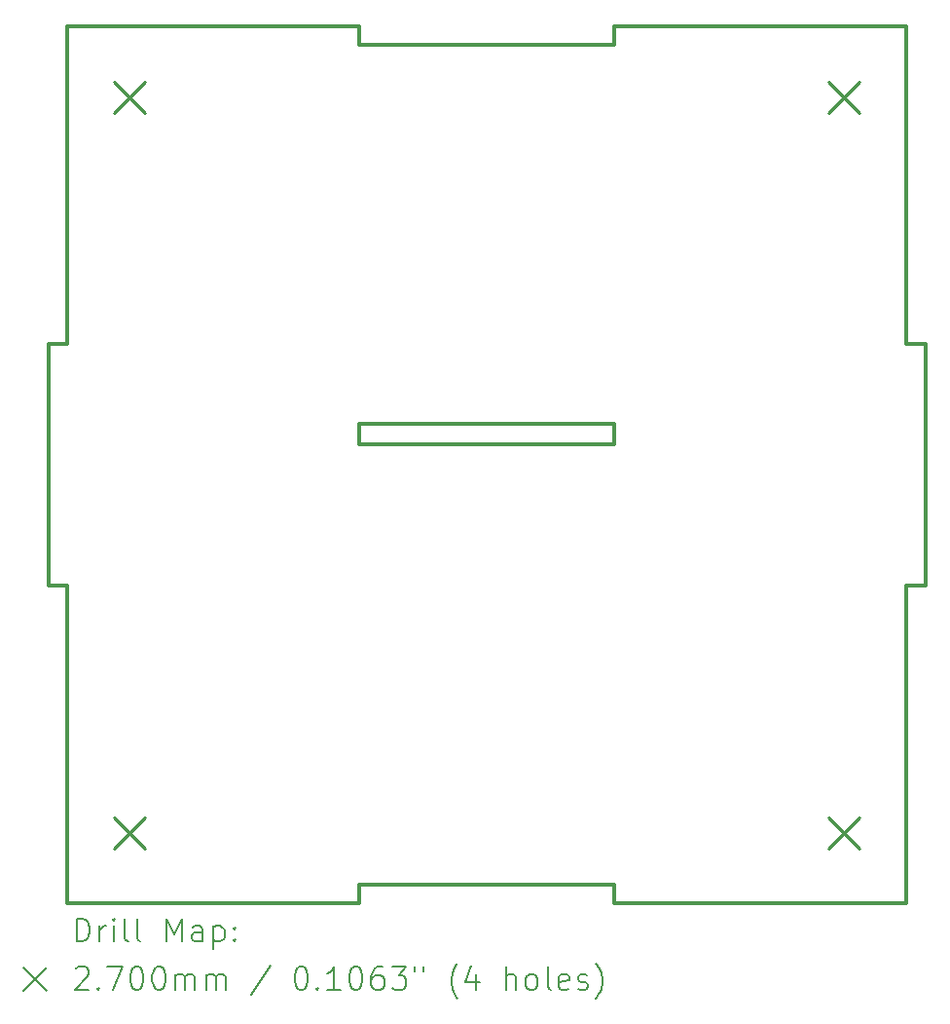
<source format=gbr>
%TF.GenerationSoftware,KiCad,Pcbnew,7.0.5-0*%
%TF.CreationDate,2024-04-21T20:06:38-04:00*%
%TF.ProjectId,swr_meter_left,7377725f-6d65-4746-9572-5f6c6566742e,rev?*%
%TF.SameCoordinates,Original*%
%TF.FileFunction,Drillmap*%
%TF.FilePolarity,Positive*%
%FSLAX45Y45*%
G04 Gerber Fmt 4.5, Leading zero omitted, Abs format (unit mm)*
G04 Created by KiCad (PCBNEW 7.0.5-0) date 2024-04-21 20:06:38*
%MOMM*%
%LPD*%
G01*
G04 APERTURE LIST*
%ADD10C,0.349999*%
%ADD11C,0.200000*%
%ADD12C,0.270000*%
G04 APERTURE END LIST*
D10*
X12540000Y-5832000D02*
X14760000Y-5832000D01*
X10000000Y-7240000D02*
X9839999Y-7240000D01*
X9839999Y-5140000D02*
X9839999Y-7240000D01*
X10000000Y-5140000D02*
X10000000Y-2380000D01*
X14759999Y-2380000D02*
X17299999Y-2380000D01*
X10000000Y-5140000D02*
X9839999Y-5140000D01*
X12539999Y-9840000D02*
X14759999Y-9840000D01*
X17299999Y-10000000D02*
X17299999Y-7240000D01*
X12539999Y-10000000D02*
X12539999Y-9840000D01*
X14759999Y-10000000D02*
X14759999Y-9840000D01*
X10000000Y-10000000D02*
X12539999Y-10000000D01*
X14759999Y-2540000D02*
X14759999Y-2380000D01*
X17463800Y-7240000D02*
X17463800Y-5140000D01*
X12539999Y-2540000D02*
X14759999Y-2540000D01*
X12539999Y-2540000D02*
X12539999Y-2380000D01*
X17463800Y-7240000D02*
X17299999Y-7240000D01*
X10000000Y-2380000D02*
X12539999Y-2380000D01*
X14760000Y-5832000D02*
X14760000Y-6010000D01*
X17463800Y-5140000D02*
X17299999Y-5140000D01*
X12540000Y-6010000D02*
X12540000Y-5832000D01*
X14760000Y-6010000D02*
X12540000Y-6010000D01*
X17299999Y-5140000D02*
X17299999Y-2380000D01*
X14759999Y-10000000D02*
X17299999Y-10000000D01*
X10000000Y-10000000D02*
X10000000Y-7240000D01*
D11*
D12*
X10405400Y-2862000D02*
X10675400Y-3132000D01*
X10675400Y-2862000D02*
X10405400Y-3132000D01*
X10405400Y-9249000D02*
X10675400Y-9519000D01*
X10675400Y-9249000D02*
X10405400Y-9519000D01*
X16624600Y-2862000D02*
X16894600Y-3132000D01*
X16894600Y-2862000D02*
X16624600Y-3132000D01*
X16624600Y-9249000D02*
X16894600Y-9519000D01*
X16894600Y-9249000D02*
X16624600Y-9519000D01*
D11*
X10083276Y-10328984D02*
X10083276Y-10128984D01*
X10083276Y-10128984D02*
X10130895Y-10128984D01*
X10130895Y-10128984D02*
X10159467Y-10138508D01*
X10159467Y-10138508D02*
X10178514Y-10157555D01*
X10178514Y-10157555D02*
X10188038Y-10176603D01*
X10188038Y-10176603D02*
X10197562Y-10214698D01*
X10197562Y-10214698D02*
X10197562Y-10243269D01*
X10197562Y-10243269D02*
X10188038Y-10281365D01*
X10188038Y-10281365D02*
X10178514Y-10300412D01*
X10178514Y-10300412D02*
X10159467Y-10319460D01*
X10159467Y-10319460D02*
X10130895Y-10328984D01*
X10130895Y-10328984D02*
X10083276Y-10328984D01*
X10283276Y-10328984D02*
X10283276Y-10195650D01*
X10283276Y-10233746D02*
X10292800Y-10214698D01*
X10292800Y-10214698D02*
X10302324Y-10205174D01*
X10302324Y-10205174D02*
X10321372Y-10195650D01*
X10321372Y-10195650D02*
X10340419Y-10195650D01*
X10407086Y-10328984D02*
X10407086Y-10195650D01*
X10407086Y-10128984D02*
X10397562Y-10138508D01*
X10397562Y-10138508D02*
X10407086Y-10148031D01*
X10407086Y-10148031D02*
X10416610Y-10138508D01*
X10416610Y-10138508D02*
X10407086Y-10128984D01*
X10407086Y-10128984D02*
X10407086Y-10148031D01*
X10530895Y-10328984D02*
X10511848Y-10319460D01*
X10511848Y-10319460D02*
X10502324Y-10300412D01*
X10502324Y-10300412D02*
X10502324Y-10128984D01*
X10635657Y-10328984D02*
X10616610Y-10319460D01*
X10616610Y-10319460D02*
X10607086Y-10300412D01*
X10607086Y-10300412D02*
X10607086Y-10128984D01*
X10864229Y-10328984D02*
X10864229Y-10128984D01*
X10864229Y-10128984D02*
X10930895Y-10271841D01*
X10930895Y-10271841D02*
X10997562Y-10128984D01*
X10997562Y-10128984D02*
X10997562Y-10328984D01*
X11178514Y-10328984D02*
X11178514Y-10224222D01*
X11178514Y-10224222D02*
X11168991Y-10205174D01*
X11168991Y-10205174D02*
X11149943Y-10195650D01*
X11149943Y-10195650D02*
X11111848Y-10195650D01*
X11111848Y-10195650D02*
X11092800Y-10205174D01*
X11178514Y-10319460D02*
X11159467Y-10328984D01*
X11159467Y-10328984D02*
X11111848Y-10328984D01*
X11111848Y-10328984D02*
X11092800Y-10319460D01*
X11092800Y-10319460D02*
X11083276Y-10300412D01*
X11083276Y-10300412D02*
X11083276Y-10281365D01*
X11083276Y-10281365D02*
X11092800Y-10262317D01*
X11092800Y-10262317D02*
X11111848Y-10252793D01*
X11111848Y-10252793D02*
X11159467Y-10252793D01*
X11159467Y-10252793D02*
X11178514Y-10243269D01*
X11273752Y-10195650D02*
X11273752Y-10395650D01*
X11273752Y-10205174D02*
X11292800Y-10195650D01*
X11292800Y-10195650D02*
X11330895Y-10195650D01*
X11330895Y-10195650D02*
X11349943Y-10205174D01*
X11349943Y-10205174D02*
X11359467Y-10214698D01*
X11359467Y-10214698D02*
X11368991Y-10233746D01*
X11368991Y-10233746D02*
X11368991Y-10290888D01*
X11368991Y-10290888D02*
X11359467Y-10309936D01*
X11359467Y-10309936D02*
X11349943Y-10319460D01*
X11349943Y-10319460D02*
X11330895Y-10328984D01*
X11330895Y-10328984D02*
X11292800Y-10328984D01*
X11292800Y-10328984D02*
X11273752Y-10319460D01*
X11454705Y-10309936D02*
X11464229Y-10319460D01*
X11464229Y-10319460D02*
X11454705Y-10328984D01*
X11454705Y-10328984D02*
X11445181Y-10319460D01*
X11445181Y-10319460D02*
X11454705Y-10309936D01*
X11454705Y-10309936D02*
X11454705Y-10328984D01*
X11454705Y-10205174D02*
X11464229Y-10214698D01*
X11464229Y-10214698D02*
X11454705Y-10224222D01*
X11454705Y-10224222D02*
X11445181Y-10214698D01*
X11445181Y-10214698D02*
X11454705Y-10205174D01*
X11454705Y-10205174D02*
X11454705Y-10224222D01*
X9622500Y-10557500D02*
X9822500Y-10757500D01*
X9822500Y-10557500D02*
X9622500Y-10757500D01*
X10073753Y-10568031D02*
X10083276Y-10558508D01*
X10083276Y-10558508D02*
X10102324Y-10548984D01*
X10102324Y-10548984D02*
X10149943Y-10548984D01*
X10149943Y-10548984D02*
X10168991Y-10558508D01*
X10168991Y-10558508D02*
X10178514Y-10568031D01*
X10178514Y-10568031D02*
X10188038Y-10587079D01*
X10188038Y-10587079D02*
X10188038Y-10606127D01*
X10188038Y-10606127D02*
X10178514Y-10634698D01*
X10178514Y-10634698D02*
X10064229Y-10748984D01*
X10064229Y-10748984D02*
X10188038Y-10748984D01*
X10273753Y-10729936D02*
X10283276Y-10739460D01*
X10283276Y-10739460D02*
X10273753Y-10748984D01*
X10273753Y-10748984D02*
X10264229Y-10739460D01*
X10264229Y-10739460D02*
X10273753Y-10729936D01*
X10273753Y-10729936D02*
X10273753Y-10748984D01*
X10349943Y-10548984D02*
X10483276Y-10548984D01*
X10483276Y-10548984D02*
X10397562Y-10748984D01*
X10597562Y-10548984D02*
X10616610Y-10548984D01*
X10616610Y-10548984D02*
X10635657Y-10558508D01*
X10635657Y-10558508D02*
X10645181Y-10568031D01*
X10645181Y-10568031D02*
X10654705Y-10587079D01*
X10654705Y-10587079D02*
X10664229Y-10625174D01*
X10664229Y-10625174D02*
X10664229Y-10672793D01*
X10664229Y-10672793D02*
X10654705Y-10710888D01*
X10654705Y-10710888D02*
X10645181Y-10729936D01*
X10645181Y-10729936D02*
X10635657Y-10739460D01*
X10635657Y-10739460D02*
X10616610Y-10748984D01*
X10616610Y-10748984D02*
X10597562Y-10748984D01*
X10597562Y-10748984D02*
X10578514Y-10739460D01*
X10578514Y-10739460D02*
X10568991Y-10729936D01*
X10568991Y-10729936D02*
X10559467Y-10710888D01*
X10559467Y-10710888D02*
X10549943Y-10672793D01*
X10549943Y-10672793D02*
X10549943Y-10625174D01*
X10549943Y-10625174D02*
X10559467Y-10587079D01*
X10559467Y-10587079D02*
X10568991Y-10568031D01*
X10568991Y-10568031D02*
X10578514Y-10558508D01*
X10578514Y-10558508D02*
X10597562Y-10548984D01*
X10788038Y-10548984D02*
X10807086Y-10548984D01*
X10807086Y-10548984D02*
X10826134Y-10558508D01*
X10826134Y-10558508D02*
X10835657Y-10568031D01*
X10835657Y-10568031D02*
X10845181Y-10587079D01*
X10845181Y-10587079D02*
X10854705Y-10625174D01*
X10854705Y-10625174D02*
X10854705Y-10672793D01*
X10854705Y-10672793D02*
X10845181Y-10710888D01*
X10845181Y-10710888D02*
X10835657Y-10729936D01*
X10835657Y-10729936D02*
X10826134Y-10739460D01*
X10826134Y-10739460D02*
X10807086Y-10748984D01*
X10807086Y-10748984D02*
X10788038Y-10748984D01*
X10788038Y-10748984D02*
X10768991Y-10739460D01*
X10768991Y-10739460D02*
X10759467Y-10729936D01*
X10759467Y-10729936D02*
X10749943Y-10710888D01*
X10749943Y-10710888D02*
X10740419Y-10672793D01*
X10740419Y-10672793D02*
X10740419Y-10625174D01*
X10740419Y-10625174D02*
X10749943Y-10587079D01*
X10749943Y-10587079D02*
X10759467Y-10568031D01*
X10759467Y-10568031D02*
X10768991Y-10558508D01*
X10768991Y-10558508D02*
X10788038Y-10548984D01*
X10940419Y-10748984D02*
X10940419Y-10615650D01*
X10940419Y-10634698D02*
X10949943Y-10625174D01*
X10949943Y-10625174D02*
X10968991Y-10615650D01*
X10968991Y-10615650D02*
X10997562Y-10615650D01*
X10997562Y-10615650D02*
X11016610Y-10625174D01*
X11016610Y-10625174D02*
X11026134Y-10644222D01*
X11026134Y-10644222D02*
X11026134Y-10748984D01*
X11026134Y-10644222D02*
X11035657Y-10625174D01*
X11035657Y-10625174D02*
X11054705Y-10615650D01*
X11054705Y-10615650D02*
X11083276Y-10615650D01*
X11083276Y-10615650D02*
X11102324Y-10625174D01*
X11102324Y-10625174D02*
X11111848Y-10644222D01*
X11111848Y-10644222D02*
X11111848Y-10748984D01*
X11207086Y-10748984D02*
X11207086Y-10615650D01*
X11207086Y-10634698D02*
X11216610Y-10625174D01*
X11216610Y-10625174D02*
X11235657Y-10615650D01*
X11235657Y-10615650D02*
X11264229Y-10615650D01*
X11264229Y-10615650D02*
X11283276Y-10625174D01*
X11283276Y-10625174D02*
X11292800Y-10644222D01*
X11292800Y-10644222D02*
X11292800Y-10748984D01*
X11292800Y-10644222D02*
X11302324Y-10625174D01*
X11302324Y-10625174D02*
X11321372Y-10615650D01*
X11321372Y-10615650D02*
X11349943Y-10615650D01*
X11349943Y-10615650D02*
X11368991Y-10625174D01*
X11368991Y-10625174D02*
X11378514Y-10644222D01*
X11378514Y-10644222D02*
X11378514Y-10748984D01*
X11768991Y-10539460D02*
X11597562Y-10796603D01*
X12026134Y-10548984D02*
X12045181Y-10548984D01*
X12045181Y-10548984D02*
X12064229Y-10558508D01*
X12064229Y-10558508D02*
X12073753Y-10568031D01*
X12073753Y-10568031D02*
X12083276Y-10587079D01*
X12083276Y-10587079D02*
X12092800Y-10625174D01*
X12092800Y-10625174D02*
X12092800Y-10672793D01*
X12092800Y-10672793D02*
X12083276Y-10710888D01*
X12083276Y-10710888D02*
X12073753Y-10729936D01*
X12073753Y-10729936D02*
X12064229Y-10739460D01*
X12064229Y-10739460D02*
X12045181Y-10748984D01*
X12045181Y-10748984D02*
X12026134Y-10748984D01*
X12026134Y-10748984D02*
X12007086Y-10739460D01*
X12007086Y-10739460D02*
X11997562Y-10729936D01*
X11997562Y-10729936D02*
X11988038Y-10710888D01*
X11988038Y-10710888D02*
X11978515Y-10672793D01*
X11978515Y-10672793D02*
X11978515Y-10625174D01*
X11978515Y-10625174D02*
X11988038Y-10587079D01*
X11988038Y-10587079D02*
X11997562Y-10568031D01*
X11997562Y-10568031D02*
X12007086Y-10558508D01*
X12007086Y-10558508D02*
X12026134Y-10548984D01*
X12178515Y-10729936D02*
X12188038Y-10739460D01*
X12188038Y-10739460D02*
X12178515Y-10748984D01*
X12178515Y-10748984D02*
X12168991Y-10739460D01*
X12168991Y-10739460D02*
X12178515Y-10729936D01*
X12178515Y-10729936D02*
X12178515Y-10748984D01*
X12378515Y-10748984D02*
X12264229Y-10748984D01*
X12321372Y-10748984D02*
X12321372Y-10548984D01*
X12321372Y-10548984D02*
X12302324Y-10577555D01*
X12302324Y-10577555D02*
X12283276Y-10596603D01*
X12283276Y-10596603D02*
X12264229Y-10606127D01*
X12502324Y-10548984D02*
X12521372Y-10548984D01*
X12521372Y-10548984D02*
X12540419Y-10558508D01*
X12540419Y-10558508D02*
X12549943Y-10568031D01*
X12549943Y-10568031D02*
X12559467Y-10587079D01*
X12559467Y-10587079D02*
X12568991Y-10625174D01*
X12568991Y-10625174D02*
X12568991Y-10672793D01*
X12568991Y-10672793D02*
X12559467Y-10710888D01*
X12559467Y-10710888D02*
X12549943Y-10729936D01*
X12549943Y-10729936D02*
X12540419Y-10739460D01*
X12540419Y-10739460D02*
X12521372Y-10748984D01*
X12521372Y-10748984D02*
X12502324Y-10748984D01*
X12502324Y-10748984D02*
X12483276Y-10739460D01*
X12483276Y-10739460D02*
X12473753Y-10729936D01*
X12473753Y-10729936D02*
X12464229Y-10710888D01*
X12464229Y-10710888D02*
X12454705Y-10672793D01*
X12454705Y-10672793D02*
X12454705Y-10625174D01*
X12454705Y-10625174D02*
X12464229Y-10587079D01*
X12464229Y-10587079D02*
X12473753Y-10568031D01*
X12473753Y-10568031D02*
X12483276Y-10558508D01*
X12483276Y-10558508D02*
X12502324Y-10548984D01*
X12740419Y-10548984D02*
X12702324Y-10548984D01*
X12702324Y-10548984D02*
X12683276Y-10558508D01*
X12683276Y-10558508D02*
X12673753Y-10568031D01*
X12673753Y-10568031D02*
X12654705Y-10596603D01*
X12654705Y-10596603D02*
X12645181Y-10634698D01*
X12645181Y-10634698D02*
X12645181Y-10710888D01*
X12645181Y-10710888D02*
X12654705Y-10729936D01*
X12654705Y-10729936D02*
X12664229Y-10739460D01*
X12664229Y-10739460D02*
X12683276Y-10748984D01*
X12683276Y-10748984D02*
X12721372Y-10748984D01*
X12721372Y-10748984D02*
X12740419Y-10739460D01*
X12740419Y-10739460D02*
X12749943Y-10729936D01*
X12749943Y-10729936D02*
X12759467Y-10710888D01*
X12759467Y-10710888D02*
X12759467Y-10663269D01*
X12759467Y-10663269D02*
X12749943Y-10644222D01*
X12749943Y-10644222D02*
X12740419Y-10634698D01*
X12740419Y-10634698D02*
X12721372Y-10625174D01*
X12721372Y-10625174D02*
X12683276Y-10625174D01*
X12683276Y-10625174D02*
X12664229Y-10634698D01*
X12664229Y-10634698D02*
X12654705Y-10644222D01*
X12654705Y-10644222D02*
X12645181Y-10663269D01*
X12826134Y-10548984D02*
X12949943Y-10548984D01*
X12949943Y-10548984D02*
X12883276Y-10625174D01*
X12883276Y-10625174D02*
X12911848Y-10625174D01*
X12911848Y-10625174D02*
X12930896Y-10634698D01*
X12930896Y-10634698D02*
X12940419Y-10644222D01*
X12940419Y-10644222D02*
X12949943Y-10663269D01*
X12949943Y-10663269D02*
X12949943Y-10710888D01*
X12949943Y-10710888D02*
X12940419Y-10729936D01*
X12940419Y-10729936D02*
X12930896Y-10739460D01*
X12930896Y-10739460D02*
X12911848Y-10748984D01*
X12911848Y-10748984D02*
X12854705Y-10748984D01*
X12854705Y-10748984D02*
X12835657Y-10739460D01*
X12835657Y-10739460D02*
X12826134Y-10729936D01*
X13026134Y-10548984D02*
X13026134Y-10587079D01*
X13102324Y-10548984D02*
X13102324Y-10587079D01*
X13397562Y-10825174D02*
X13388038Y-10815650D01*
X13388038Y-10815650D02*
X13368991Y-10787079D01*
X13368991Y-10787079D02*
X13359467Y-10768031D01*
X13359467Y-10768031D02*
X13349943Y-10739460D01*
X13349943Y-10739460D02*
X13340419Y-10691841D01*
X13340419Y-10691841D02*
X13340419Y-10653746D01*
X13340419Y-10653746D02*
X13349943Y-10606127D01*
X13349943Y-10606127D02*
X13359467Y-10577555D01*
X13359467Y-10577555D02*
X13368991Y-10558508D01*
X13368991Y-10558508D02*
X13388038Y-10529936D01*
X13388038Y-10529936D02*
X13397562Y-10520412D01*
X13559467Y-10615650D02*
X13559467Y-10748984D01*
X13511848Y-10539460D02*
X13464229Y-10682317D01*
X13464229Y-10682317D02*
X13588038Y-10682317D01*
X13816610Y-10748984D02*
X13816610Y-10548984D01*
X13902324Y-10748984D02*
X13902324Y-10644222D01*
X13902324Y-10644222D02*
X13892800Y-10625174D01*
X13892800Y-10625174D02*
X13873753Y-10615650D01*
X13873753Y-10615650D02*
X13845181Y-10615650D01*
X13845181Y-10615650D02*
X13826134Y-10625174D01*
X13826134Y-10625174D02*
X13816610Y-10634698D01*
X14026134Y-10748984D02*
X14007086Y-10739460D01*
X14007086Y-10739460D02*
X13997562Y-10729936D01*
X13997562Y-10729936D02*
X13988039Y-10710888D01*
X13988039Y-10710888D02*
X13988039Y-10653746D01*
X13988039Y-10653746D02*
X13997562Y-10634698D01*
X13997562Y-10634698D02*
X14007086Y-10625174D01*
X14007086Y-10625174D02*
X14026134Y-10615650D01*
X14026134Y-10615650D02*
X14054705Y-10615650D01*
X14054705Y-10615650D02*
X14073753Y-10625174D01*
X14073753Y-10625174D02*
X14083277Y-10634698D01*
X14083277Y-10634698D02*
X14092800Y-10653746D01*
X14092800Y-10653746D02*
X14092800Y-10710888D01*
X14092800Y-10710888D02*
X14083277Y-10729936D01*
X14083277Y-10729936D02*
X14073753Y-10739460D01*
X14073753Y-10739460D02*
X14054705Y-10748984D01*
X14054705Y-10748984D02*
X14026134Y-10748984D01*
X14207086Y-10748984D02*
X14188039Y-10739460D01*
X14188039Y-10739460D02*
X14178515Y-10720412D01*
X14178515Y-10720412D02*
X14178515Y-10548984D01*
X14359467Y-10739460D02*
X14340420Y-10748984D01*
X14340420Y-10748984D02*
X14302324Y-10748984D01*
X14302324Y-10748984D02*
X14283277Y-10739460D01*
X14283277Y-10739460D02*
X14273753Y-10720412D01*
X14273753Y-10720412D02*
X14273753Y-10644222D01*
X14273753Y-10644222D02*
X14283277Y-10625174D01*
X14283277Y-10625174D02*
X14302324Y-10615650D01*
X14302324Y-10615650D02*
X14340420Y-10615650D01*
X14340420Y-10615650D02*
X14359467Y-10625174D01*
X14359467Y-10625174D02*
X14368991Y-10644222D01*
X14368991Y-10644222D02*
X14368991Y-10663269D01*
X14368991Y-10663269D02*
X14273753Y-10682317D01*
X14445181Y-10739460D02*
X14464229Y-10748984D01*
X14464229Y-10748984D02*
X14502324Y-10748984D01*
X14502324Y-10748984D02*
X14521372Y-10739460D01*
X14521372Y-10739460D02*
X14530896Y-10720412D01*
X14530896Y-10720412D02*
X14530896Y-10710888D01*
X14530896Y-10710888D02*
X14521372Y-10691841D01*
X14521372Y-10691841D02*
X14502324Y-10682317D01*
X14502324Y-10682317D02*
X14473753Y-10682317D01*
X14473753Y-10682317D02*
X14454705Y-10672793D01*
X14454705Y-10672793D02*
X14445181Y-10653746D01*
X14445181Y-10653746D02*
X14445181Y-10644222D01*
X14445181Y-10644222D02*
X14454705Y-10625174D01*
X14454705Y-10625174D02*
X14473753Y-10615650D01*
X14473753Y-10615650D02*
X14502324Y-10615650D01*
X14502324Y-10615650D02*
X14521372Y-10625174D01*
X14597562Y-10825174D02*
X14607086Y-10815650D01*
X14607086Y-10815650D02*
X14626134Y-10787079D01*
X14626134Y-10787079D02*
X14635658Y-10768031D01*
X14635658Y-10768031D02*
X14645181Y-10739460D01*
X14645181Y-10739460D02*
X14654705Y-10691841D01*
X14654705Y-10691841D02*
X14654705Y-10653746D01*
X14654705Y-10653746D02*
X14645181Y-10606127D01*
X14645181Y-10606127D02*
X14635658Y-10577555D01*
X14635658Y-10577555D02*
X14626134Y-10558508D01*
X14626134Y-10558508D02*
X14607086Y-10529936D01*
X14607086Y-10529936D02*
X14597562Y-10520412D01*
M02*

</source>
